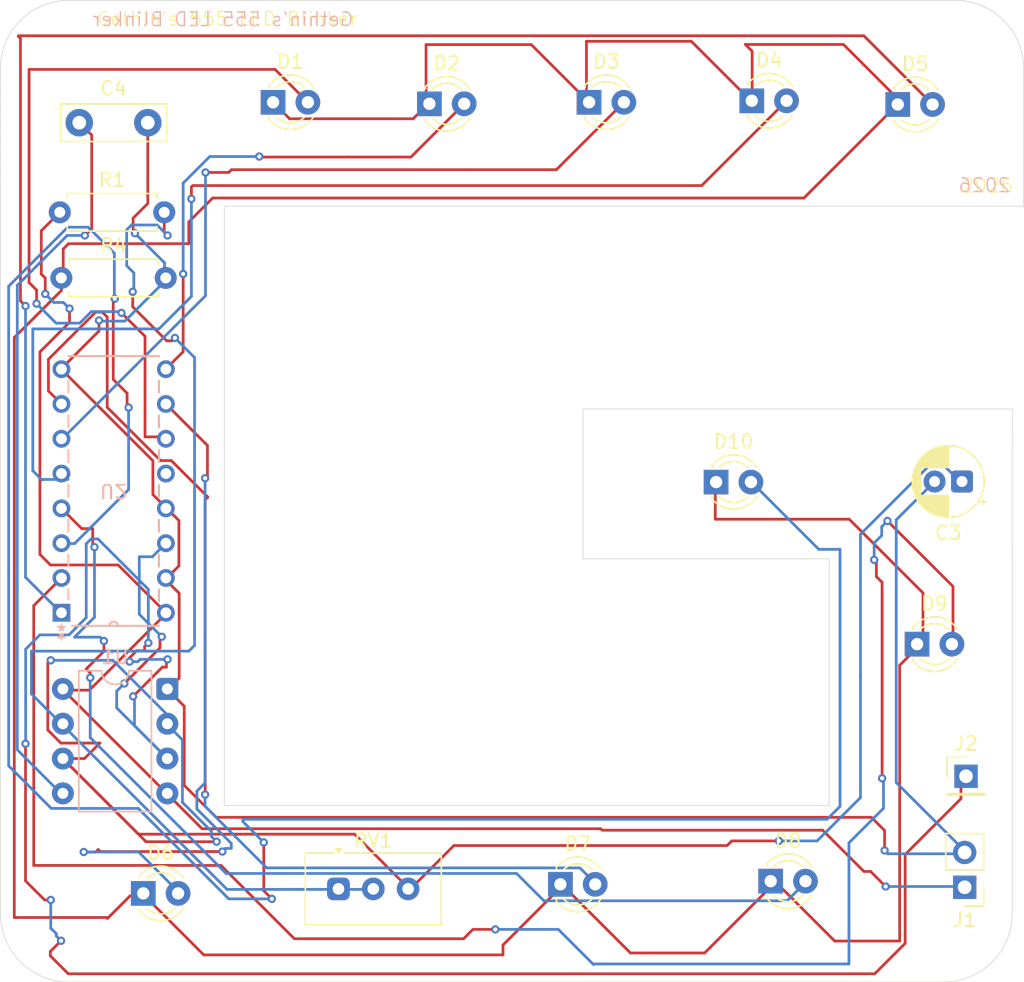
<source format=kicad_pcb>
(kicad_pcb (version 20241229) (generator "pcbnew") (generator_version "9.0")
  (layers (0 "F.Cu" signal) (2 "B.Cu" signal) (13 "F.Paste" user) (15 "B.Paste" user) (5 "F.SilkS" user "F.Silkscreen") (7 "B.SilkS" user "B.Silkscreen") (1 "F.Mask" user) (3 "B.Mask" user) (25 "Edge.Cuts" user))
  (net 0 "")
  (net 1 "GND")
  (net 2 "TR")
  (net 3 "Net-(U1-CV)")
  (net 4 "Net-(D1-A)")
  (net 5 "Net-(D1-K)")
  (net 6 "Net-(D2-A)")
  (net 7 "Net-(D3-A)")
  (net 8 "Net-(D4-A)")
  (net 9 "Net-(D5-A)")
  (net 10 "Net-(D6-A)")
  (net 11 "Net-(D7-A)")
  (net 12 "Net-(D8-A)")
  (net 13 "Net-(D9-A)")
  (net 14 "Net-(D10-A)")
  (net 15 "+5V")
  (net 16 "OUT")
  (net 17 "Net-(U1-DIS)")
  (footprint "LED_THT:LED_D3.0mm" (layer "F.Cu") (at 84.35 65.43)
    (property "Reference" "D2" (at 1.27 -2.96 0) (layer "F.SilkS"))
    (property "Value" "LED")
    (pad "1" thru_hole rect (at 0 0) (size 1.8 1.8) (drill 0.9) (layers "*.Cu" "*.Mask") (net 5 "Net-(D1-K)"))
    (pad "2" thru_hole circle (at 2.54 0) (size 1.8 1.8) (drill 0.9) (layers "*.Cu" "*.Mask") (net 6 "Net-(D2-A)"))
  )
  (footprint "Connector_PinHeader_2.54mm:PinHeader_1x01_P2.54mm_Vertical" (layer "F.Cu") (at 123.5 114.51)
    (property "Reference" "J2" (at 0 -2.38 0) (layer "F.SilkS"))
    (property "Value" "Conn_01x01_Socket")
    (pad "1" thru_hole rect (at 0 0) (size 1.7 1.7) (drill 1) (layers "*.Cu" "*.Mask") (net 16 "OUT"))
  )
  (footprint "LED_THT:LED_D3.0mm" (layer "F.Cu") (at 118.52 65.48)
    (property "Reference" "D5" (at 1.27 -2.96 0) (layer "F.SilkS"))
    (property "Value" "LED")
    (pad "1" thru_hole rect (at 0 0) (size 1.8 1.8) (drill 0.9) (layers "*.Cu" "*.Mask") (net 5 "Net-(D1-K)"))
    (pad "2" thru_hole circle (at 2.54 0) (size 1.8 1.8) (drill 0.9) (layers "*.Cu" "*.Mask") (net 9 "Net-(D5-A)"))
  )
  (footprint "LED_THT:LED_D3.0mm" (layer "F.Cu") (at 107.87 65.21)
    (property "Reference" "D4" (at 1.27 -2.96 0) (layer "F.SilkS"))
    (property "Value" "LED")
    (pad "1" thru_hole rect (at 0 0) (size 1.8 1.8) (drill 0.9) (layers "*.Cu" "*.Mask") (net 5 "Net-(D1-K)"))
    (pad "2" thru_hole circle (at 2.54 0) (size 1.8 1.8) (drill 0.9) (layers "*.Cu" "*.Mask") (net 8 "Net-(D4-A)"))
  )
  (footprint "LED_THT:LED_D3.0mm" (layer "F.Cu") (at 119.93 104.87)
    (property "Reference" "D9" (at 1.27 -2.96 0) (layer "F.SilkS"))
    (property "Value" "LED")
    (pad "1" thru_hole rect (at 0 0) (size 1.8 1.8) (drill 0.9) (layers "*.Cu" "*.Mask") (net 5 "Net-(D1-K)"))
    (pad "2" thru_hole circle (at 2.54 0) (size 1.8 1.8) (drill 0.9) (layers "*.Cu" "*.Mask") (net 13 "Net-(D9-A)"))
  )
  (footprint "LED_THT:LED_D3.0mm" (layer "F.Cu") (at 96 65.32)
    (property "Reference" "D3" (at 1.27 -2.96 0) (layer "F.SilkS"))
    (property "Value" "LED")
    (pad "1" thru_hole rect (at 0 0) (size 1.8 1.8) (drill 0.9) (layers "*.Cu" "*.Mask") (net 5 "Net-(D1-K)"))
    (pad "2" thru_hole circle (at 2.54 0) (size 1.8 1.8) (drill 0.9) (layers "*.Cu" "*.Mask") (net 7 "Net-(D3-A)"))
  )
  (footprint "Capacitor_THT:CP_Radial_D5.0mm_P2.00mm" (layer "F.Cu") (at 123.205112 93 180)
    (property "Reference" "C3" (at 1 -3.75 0) (layer "F.SilkS"))
    (property "Value" "1 uF")
    (pad "1" thru_hole roundrect (at 0 0 180) (size 1.6 1.6) (drill 0.8) (layers "*.Cu" "*.Mask") (roundrect_rratio 0.15625) (net 2 "TR"))
    (pad "2" thru_hole circle (at 2 0 180) (size 1.6 1.6) (drill 0.8) (layers "*.Cu" "*.Mask") (net 1 "GND"))
  )
  (footprint "LED_THT:LED_D3.0mm" (layer "F.Cu") (at 93.91 122.4)
    (property "Reference" "D7" (at 1.27 -2.96 0) (layer "F.SilkS"))
    (property "Value" "LED")
    (pad "1" thru_hole rect (at 0 0) (size 1.8 1.8) (drill 0.9) (layers "*.Cu" "*.Mask") (net 5 "Net-(D1-K)"))
    (pad "2" thru_hole circle (at 2.54 0) (size 1.8 1.8) (drill 0.9) (layers "*.Cu" "*.Mask") (net 11 "Net-(D7-A)"))
  )
  (footprint "Capacitor_THT:C_Disc_D7.5mm_W2.5mm_P5.00mm" (layer "F.Cu") (at 58.81 66.81)
    (property "Reference" "C4" (at 2.5 -2.5 0) (layer "F.SilkS"))
    (property "Value" "0.01 uF")
    (pad "1" thru_hole circle (at 0 0) (size 2 2) (drill 1) (layers "*.Cu" "*.Mask") (net 3 "Net-(U1-CV)"))
    (pad "2" thru_hole circle (at 5 0) (size 2 2) (drill 1) (layers "*.Cu" "*.Mask") (net 1 "GND"))
  )
  (footprint "Resistor_THT:R_Axial_DIN0207_L6.3mm_D2.5mm_P7.62mm_Horizontal" (layer "F.Cu") (at 57.39 73.35)
    (property "Reference" "R1" (at 3.81 -2.37 0) (layer "F.SilkS"))
    (property "Value" "1k")
    (pad "1" thru_hole circle (at 0 0) (size 1.6 1.6) (drill 0.8) (layers "*.Cu" "*.Mask") (net 15 "+5V"))
    (pad "2" thru_hole circle (at 7.62 0) (size 1.6 1.6) (drill 0.8) (layers "*.Cu" "*.Mask") (net 17 "Net-(U1-DIS)"))
  )
  (footprint "LED_THT:LED_D3.0mm" (layer "F.Cu") (at 72.95 65.32)
    (property "Reference" "D1" (at 1.27 -2.96 0) (layer "F.SilkS"))
    (property "Value" "LED")
    (pad "1" thru_hole rect (at 0 0) (size 1.8 1.8) (drill 0.9) (layers "*.Cu" "*.Mask") (net 5 "Net-(D1-K)"))
    (pad "2" thru_hole circle (at 2.54 0) (size 1.8 1.8) (drill 0.9) (layers "*.Cu" "*.Mask") (net 4 "Net-(D1-A)"))
  )
  (footprint "LED_THT:LED_D3.0mm" (layer "F.Cu") (at 63.48 123.06)
    (property "Reference" "D6" (at 1.27 -2.96 0) (layer "F.SilkS"))
    (property "Value" "LED")
    (pad "1" thru_hole rect (at 0 0) (size 1.8 1.8) (drill 0.9) (layers "*.Cu" "*.Mask") (net 5 "Net-(D1-K)"))
    (pad "2" thru_hole circle (at 2.54 0) (size 1.8 1.8) (drill 0.9) (layers "*.Cu" "*.Mask") (net 10 "Net-(D6-A)"))
  )
  (footprint "LED_THT:LED_D3.0mm" (layer "F.Cu") (at 105.27 93.04)
    (property "Reference" "D10" (at 1.27 -2.96 0) (layer "F.SilkS"))
    (property "Value" "LED")
    (pad "1" thru_hole rect (at 0 0) (size 1.8 1.8) (drill 0.9) (layers "*.Cu" "*.Mask") (net 5 "Net-(D1-K)"))
    (pad "2" thru_hole circle (at 2.54 0) (size 1.8 1.8) (drill 0.9) (layers "*.Cu" "*.Mask") (net 14 "Net-(D10-A)"))
  )
  (footprint "Connector_PinHeader_2.54mm:PinHeader_1x02_P2.54mm_Vertical" (layer "F.Cu") (at 123.4 122.615 180)
    (property "Reference" "J1" (at 0 -2.38 0) (layer "F.SilkS"))
    (property "Value" "Conn_01x02_Socket")
    (pad "1" thru_hole rect (at 0 0 180) (size 1.7 1.7) (drill 1) (layers "*.Cu" "*.Mask") (net 15 "+5V"))
    (pad "2" thru_hole circle (at 0 2.54 180) (size 1.7 1.7) (drill 1) (layers "*.Cu" "*.Mask") (net 1 "GND"))
  )
  (footprint "LED_THT:LED_D3.0mm" (layer "F.Cu") (at 109.25 122.17)
    (property "Reference" "D8" (at 1.27 -2.96 0) (layer "F.SilkS"))
    (property "Value" "LED")
    (pad "1" thru_hole rect (at 0 0) (size 1.8 1.8) (drill 0.9) (layers "*.Cu" "*.Mask") (net 5 "Net-(D1-K)"))
    (pad "2" thru_hole circle (at 2.54 0) (size 1.8 1.8) (drill 0.9) (layers "*.Cu" "*.Mask") (net 12 "Net-(D8-A)"))
  )
  (footprint "Resistor_THT:R_Axial_DIN0207_L6.3mm_D2.5mm_P7.62mm_Horizontal" (layer "F.Cu") (at 57.5 78.14)
    (property "Reference" "R4" (at 3.81 -2.37 0) (layer "F.SilkS"))
    (property "Value" "470")
    (pad "1" thru_hole circle (at 0 0) (size 1.6 1.6) (drill 0.8) (layers "*.Cu" "*.Mask") (net 5 "Net-(D1-K)"))
    (pad "2" thru_hole circle (at 7.62 0) (size 1.6 1.6) (drill 0.8) (layers "*.Cu" "*.Mask") (net 1 "GND"))
  )
  (footprint "Potentiometer_THT:Potentiometer_Vishay_T93YA_Vertical" (layer "F.Cu") (at 77.72 122.7325)
    (property "Reference" "RV1" (at 2.54 -3.5 0) (layer "F.SilkS"))
    (property "Value" "50k")
    (pad "1" thru_hole roundrect (at 0 0) (size 1.65 1.65) (drill 0.85) (layers "*.Cu" "*.Mask") (net 17 "Net-(U1-DIS)"))
    (pad "2" thru_hole circle (at 2.54 0) (size 1.65 1.65) (drill 0.85) (layers "*.Cu" "*.Mask") (net 17 "Net-(U1-DIS)"))
    (pad "3" thru_hole circle (at 5.08 0) (size 1.65 1.65) (drill 0.85) (layers "*.Cu" "*.Mask") (net 2 "TR"))
  )
  (footprint "Package_DIP:DIP-8_W7.62mm" (layer "B.Cu") (at 65.235 108.14 180)
    (property "Reference" "U1" (at 3.81 2.33 0) (layer "B.SilkS") (effects (justify mirror)))
    (property "Value" "NE555P")
    (pad "1" thru_hole roundrect (at 0 0 180) (size 1.6 1.6) (drill 0.8) (layers "*.Cu" "*.Mask") (roundrect_rratio 0.15625) (net 1 "GND"))
    (pad "2" thru_hole circle (at 0 -2.54 180) (size 1.6 1.6) (drill 0.8) (layers "*.Cu" "*.Mask") (net 2 "TR"))
    (pad "3" thru_hole circle (at 0 -5.08 180) (size 1.6 1.6) (drill 0.8) (layers "*.Cu" "*.Mask") (net 16 "OUT"))
    (pad "4" thru_hole circle (at 0 -7.62 180) (size 1.6 1.6) (drill 0.8) (layers "*.Cu" "*.Mask") (net 15 "+5V"))
    (pad "5" thru_hole circle (at 7.62 -7.62 180) (size 1.6 1.6) (drill 0.8) (layers "*.Cu" "*.Mask") (net 3 "Net-(U1-CV)"))
    (pad "6" thru_hole circle (at 7.62 -5.08 180) (size 1.6 1.6) (drill 0.8) (layers "*.Cu" "*.Mask") (net 2 "TR"))
    (pad "7" thru_hole circle (at 7.62 -2.54 180) (size 1.6 1.6) (drill 0.8) (layers "*.Cu" "*.Mask") (net 17 "Net-(U1-DIS)"))
    (pad "8" thru_hole circle (at 7.62 0 180) (size 1.6 1.6) (drill 0.8) (layers "*.Cu" "*.Mask") (net 15 "+5V"))
  )
  (footprint "gethin:N16" (layer "B.Cu") (at 65.13 84.8)
    (property "Reference" "U2" (at -3.81 8.89 180) (layer "B.SilkS") (effects (justify mirror)))
    (property "Value" "4017")
    (fp_text user "*" (at -7.62 19.1897 180) (layer "B.SilkS") (effects (justify mirror)))
    (fp_text user "*" (at -7.62 19.1897 0) (layer "B.SilkS") (effects (justify mirror)))
    (pad "1" thru_hole rect (at -7.62 17.78) (size 1.2954 1.2954) (drill 0.7874) (layers "*.Cu" "*.Mask") (net 9 "Net-(D5-A)"))
    (pad "2" thru_hole circle (at -7.62 15.24) (size 1.2954 1.2954) (drill 0.7874) (layers "*.Cu" "*.Mask") (net 13 "Net-(D9-A)"))
    (pad "3" thru_hole circle (at -7.62 12.7) (size 1.2954 1.2954) (drill 0.7874) (layers "*.Cu" "*.Mask") (net 14 "Net-(D10-A)"))
    (pad "4" thru_hole circle (at -7.62 10.16) (size 1.2954 1.2954) (drill 0.7874) (layers "*.Cu" "*.Mask") (net 12 "Net-(D8-A)"))
    (pad "5" thru_hole circle (at -7.62 7.62) (size 1.2954 1.2954) (drill 0.7874) (layers "*.Cu" "*.Mask") (net 8 "Net-(D4-A)"))
    (pad "6" thru_hole circle (at -7.62 5.08) (size 1.2954 1.2954) (drill 0.7874) (layers "*.Cu" "*.Mask") (net 7 "Net-(D3-A)"))
    (pad "7" thru_hole circle (at -7.62 2.54) (size 1.2954 1.2954) (drill 0.7874) (layers "*.Cu" "*.Mask") (net 11 "Net-(D7-A)"))
    (pad "8" thru_hole circle (at -7.62 0) (size 1.2954 1.2954) (drill 0.7874) (layers "*.Cu" "*.Mask") (net 1 "GND"))
    (pad "9" thru_hole circle (at 0 0) (size 1.2954 1.2954) (drill 0.7874) (layers "*.Cu" "*.Mask") (net 6 "Net-(D2-A)"))
    (pad "10" thru_hole circle (at 0 2.54) (size 1.2954 1.2954) (drill 0.7874) (layers "*.Cu" "*.Mask") (net 10 "Net-(D6-A)"))
    (pad "11" thru_hole circle (at 0 5.08) (size 1.2954 1.2954) (drill 0.7874) (layers "*.Cu" "*.Mask") (net 4 "Net-(D1-A)"))
    (pad "12" thru_hole circle (at 0 7.62) (size 1.2954 1.2954) (drill 0.7874) (layers "*.Cu" "*.Mask"))
    (pad "13" thru_hole circle (at 0 10.16) (size 1.2954 1.2954) (drill 0.7874) (layers "*.Cu" "*.Mask") (net 1 "GND"))
    (pad "14" thru_hole circle (at 0 12.7) (size 1.2954 1.2954) (drill 0.7874) (layers "*.Cu" "*.Mask") (net 16 "OUT"))
    (pad "15" thru_hole circle (at 0 15.24) (size 1.2954 1.2954) (drill 0.7874) (layers "*.Cu" "*.Mask") (net 1 "GND"))
    (pad "16" thru_hole circle (at 0 17.78) (size 1.2954 1.2954) (drill 0.7874) (layers "*.Cu" "*.Mask") (net 15 "+5V"))
  )
  (gr_line (start 69.39 72.91) (end 69.39 116.65) (stroke (width 0.05)) (layer "Edge.Cuts"))
  (gr_line (start 95.565 87.71) (end 126.875 87.71) (stroke (width 0.05)) (layer "Edge.Cuts"))
  (gr_line (start 113.52 98.64) (end 95.56 98.64) (stroke (width 0.05)) (layer "Edge.Cuts"))
  (gr_line (start 68.79 129.53) (end 58.06 129.53) (stroke (width 0.05)) (layer "Edge.Cuts"))
  (gr_line (start 53.06 72.91) (end 53.053329 62.883327) (stroke (width 0.05)) (layer "Edge.Cuts"))
  (gr_line (start 126.87 98.64) (end 126.87 116.65) (stroke (width 0.05)) (layer "Edge.Cuts"))
  (gr_line (start 121.87 129.53) (end 68.79 129.53) (stroke (width 0.05)) (layer "Edge.Cuts"))
  (gr_line (start 127.71 72.91) (end 69.39 72.91) (stroke (width 0.05)) (layer "Edge.Cuts"))
  (gr_arc (start 53.053329 62.883327) (mid 54.51662 59.345652) (end 58.053328 57.88) (stroke (width 0.05)) (layer "Edge.Cuts"))
  (gr_line (start 53.06 124.53) (end 53.06 72.91) (stroke (width 0.05)) (layer "Edge.Cuts"))
  (gr_line (start 113.52 116.65) (end 113.52 98.64) (stroke (width 0.05)) (layer "Edge.Cuts"))
  (gr_line (start 95.56 98.64) (end 95.56 87.71) (stroke (width 0.05)) (layer "Edge.Cuts"))
  (gr_line (start 126.87 116.65) (end 126.87 124.53) (stroke (width 0.05)) (layer "Edge.Cuts"))
  (gr_line (start 58.053328 57.88) (end 122.71 57.88) (stroke (width 0.05)) (layer "Edge.Cuts"))
  (gr_line (start 126.88 87.71) (end 126.87 98.64) (stroke (width 0.05)) (layer "Edge.Cuts"))
  (gr_arc (start 126.87 124.53) (mid 125.405534 128.065534) (end 121.87 129.53) (stroke (width 0.05)) (layer "Edge.Cuts"))
  (gr_arc (start 58.06 129.53) (mid 54.524466 128.065534) (end 53.06 124.53) (stroke (width 0.05)) (layer "Edge.Cuts"))
  (gr_arc (start 122.71 57.88) (mid 126.245534 59.344466) (end 127.71 62.88) (stroke (width 0.05)) (layer "Edge.Cuts"))
  (gr_line (start 69.39 116.65) (end 113.52 116.65) (stroke (width 0.05)) (layer "Edge.Cuts"))
  (gr_line (start 127.71 62.88) (end 127.71 72.91) (stroke (width 0.05)) (layer "Edge.Cuts"))
  (gr_text "Gethin's 555 LED Blinker\n" (at 60.01 59.82 0) (layer "F.SilkS") (effects (font (size 1 1) (thickness 0.1)) (justify left bottom)))
  (gr_text "2026\n" (at 123.08 71.99 0) (layer "F.SilkS") (effects (font (size 1 1) (thickness 0.1)) (justify left bottom)))
  (gr_text "Gethin's 555 LED Blinker\n" (at 78.88 59.85 0) (layer "B.SilkS") (effects (font (size 1 1) (thickness 0.1)) (justify left bottom mirror)))
  (gr_text "2026" (at 126.82 71.96 0) (layer "B.SilkS") (effects (font (size 1 1) (thickness 0.1)) (justify left bottom mirror)))
  (segment (start 63.81 72.71) (end 62.74 73.78) (width 0.2) (layer "F.Cu") (net 1))
  (segment (start 116.6 117.51) (end 117.56 118.47) (width 0.2) (layer "F.Cu") (net 1))
  (segment (start 66.0787 95.8487) (end 66.0787 99.1613) (width 0.2) (layer "F.Cu") (net 1))
  (segment (start 117.56 118.47) (end 117.56 119.93) (width 0.2) (layer "F.Cu") (net 1))
  (segment (start 57.48 84.78) (end 64.1813 91.4813) (width 0.2) (layer "F.Cu") (net 1))
  (segment (start 60.25 82.01) (end 57.48 84.78) (width 0.2) (layer "F.Cu") (net 1))
  (segment (start 64.1813 93.9513) (end 65.24 95.01) (width 0.2) (layer "F.Cu") (net 1))
  (segment (start 68.800058 117.51) (end 116.6 117.51) (width 0.2) (layer "F.Cu") (net 1))
  (segment (start 64.1813 91.4813) (end 64.1813 93.9513) (width 0.2) (layer "F.Cu") (net 1))
  (segment (start 66.47 115.179942) (end 68.800058 117.51) (width 0.2) (layer "F.Cu") (net 1))
  (segment (start 66.47 109.4) (end 66.47 115.179942) (width 0.2) (layer "F.Cu") (net 1))
  (segment (start 62.74 74.75) (end 62.87 74.88) (width 0.2) (layer "F.Cu") (net 1))
  (segment (start 65.24 95.01) (end 66.0787 95.8487) (width 0.2) (layer "F.Cu") (net 1))
  (segment (start 66.0787 99.1613) (end 65.09 100.15) (width 0.2) (layer "F.Cu") (net 1))
  (segment (start 66.1 101.16) (end 66.1 107.35) (width 0.2) (layer "F.Cu") (net 1))
  (segment (start 62.74 73.78) (end 62.74 74.75) (width 0.2) (layer "F.Cu") (net 1))
  (segment (start 65.09 100.15) (end 66.1 101.16) (width 0.2) (layer "F.Cu") (net 1))
  (segment (start 65.26 108.19) (end 66.47 109.4) (width 0.2) (layer "F.Cu") (net 1))
  (segment (start 63.81 66.81) (end 63.81 72.71) (width 0.2) (layer "F.Cu") (net 1))
  (segment (start 66.1 107.35) (end 65.26 108.19) (width 0.2) (layer "F.Cu") (net 1))
  (segment (start 60.25 81.24) (end 60.25 82.01) (width 0.2) (layer "F.Cu") (net 1))
  (via (at 60.25 81.24) (size 0.6) (drill 0.3) (layers "F.Cu" "B.Cu") (net 1))
  (via (at 117.56 119.93) (size 0.6) (drill 0.3) (layers "F.Cu" "B.Cu") (net 1))
  (via (at 62.87 74.88) (size 0.6) (drill 0.3) (layers "F.Cu" "B.Cu") (net 1))
  (segment (start 65.03 78.399943) (end 62.138943 81.291) (width 0.2) (layer "B.Cu") (net 1))
  (segment (start 65.03 78.27) (end 65.03 78.399943) (width 0.2) (layer "B.Cu") (net 1))
  (segment (start 117.8 120.17) (end 123.61 120.17) (width 0.2) (layer "B.Cu") (net 1))
  (segment (start 65.03 77.04) (end 65.03 78.27) (width 0.2) (layer "B.Cu") (net 1))
  (segment (start 62.87 74.88) (end 65.03 77.04) (width 0.2) (layer "B.Cu") (net 1))
  (segment (start 123.61 120.17) (end 118.41 114.97) (width 0.2) (layer "B.Cu") (net 1))
  (segment (start 118.41 95.8) (end 121.28 92.93) (width 0.2) (layer "B.Cu") (net 1))
  (segment (start 60.301 81.291) (end 60.25 81.24) (width 0.2) (layer "B.Cu") (net 1))
  (segment (start 118.41 114.97) (end 118.41 95.8) (width 0.2) (layer "B.Cu") (net 1))
  (segment (start 62.138943 81.291) (end 61.91 81.291) (width 0.2) (layer "B.Cu") (net 1))
  (segment (start 61.91 81.291) (end 60.301 81.291) (width 0.2) (layer "B.Cu") (net 1))
  (segment (start 117.56 119.93) (end 117.8 120.17) (width 0.2) (layer "B.Cu") (net 1))
  (segment (start 57.615 113.22) (end 59.19 113.22) (width 0.2) (layer "F.Cu") (net 2))
  (segment (start 56.514 111.13605) (end 56.514 106.266) (width 0.2) (layer "F.Cu") (net 2))
  (segment (start 106.41 119.23) (end 109.85 119.23) (width 0.2) (layer "F.Cu") (net 2))
  (segment (start 57.46795 112.09) (end 56.514 111.13605) (width 0.2) (layer "F.Cu") (net 2))
  (segment (start 56.514 106.266) (end 56.73 106.05) (width 0.2) (layer "F.Cu") (net 2))
  (segment (start 59.19 113.22) (end 60.32 112.09) (width 0.2) (layer "F.Cu") (net 2))
  (segment (start 63.131 118.741) (end 78.891 118.741) (width 0.2) (layer "F.Cu") (net 2))
  (segment (start 106.07 119.57) (end 106.41 119.23) (width 0.2) (layer "F.Cu") (net 2))
  (segment (start 60.32 112.09) (end 57.46795 112.09) (width 0.2) (layer "F.Cu") (net 2))
  (segment (start 78.891 118.741) (end 82.93 122.78) (width 0.2) (layer "F.Cu") (net 2))
  (segment (start 86.14 119.57) (end 106.07 119.57) (width 0.2) (layer "F.Cu") (net 2))
  (segment (start 68.83 119.29) (end 63.68 119.29) (width 0.2) (layer "F.Cu") (net 2))
  (segment (start 57.64 113.25) (end 63.131 118.741) (width 0.2) (layer "F.Cu") (net 2))
  (segment (start 82.93 122.78) (end 86.14 119.57) (width 0.2) (layer "F.Cu") (net 2))
  (segment (start 63.68 119.29) (end 57.64 113.25) (width 0.2) (layer "F.Cu") (net 2))
  (via (at 68.83 119.29) (size 0.6) (drill 0.3) (layers "F.Cu" "B.Cu") (net 2))
  (via (at 56.73 106.05) (size 0.6) (drill 0.3) (layers "F.Cu" "B.Cu") (net 2))
  (via (at 109.85 119.23) (size 0.6) (drill 0.3) (layers "F.Cu" "B.Cu") (net 2))
  (segment (start 115.8 116.069942) (end 115.8 107.18) (width 0.2) (layer "B.Cu") (net 2))
  (segment (start 121.959 91.899) (end 123.35 93.29) (width 0.2) (layer "B.Cu") (net 2))
  (segment (start 109.85 119.23) (end 112.639942 119.23) (width 0.2) (layer "B.Cu") (net 2))
  (segment (start 115.8 107.18) (end 115.8 96.848062) (width 0.2) (layer "B.Cu") (net 2))
  (segment (start 112.639942 119.23) (end 115.8 116.069942) (width 0.2) (layer "B.Cu") (net 2))
  (segment (start 66.336 111.856) (end 66.336 116.416) (width 0.2) (layer "B.Cu") (net 2))
  (segment (start 65.28 110.8) (end 66.336 111.856) (width 0.2) (layer "B.Cu") (net 2))
  (segment (start 68.45 118.91) (end 68.83 119.29) (width 0.2) (layer "B.Cu") (net 2))
  (segment (start 115.8 96.848062) (end 120.749062 91.899) (width 0.2) (layer "B.Cu") (net 2))
  (segment (start 120.749062 91.899) (end 121.959 91.899) (width 0.2) (layer "B.Cu") (net 2))
  (segment (start 66.336 116.416) (end 68.45 118.53) (width 0.2) (layer "B.Cu") (net 2))
  (segment (start 68.45 118.53) (end 68.45 118.91) (width 0.2) (layer "B.Cu") (net 2))
  (segment (start 65.28 110.07116) (end 65.28 110.8) (width 0.2) (layer "B.Cu") (net 2))
  (segment (start 56.73 106.05) (end 61.25884 106.05) (width 0.2) (layer "B.Cu") (net 2))
  (segment (start 61.25884 106.05) (end 65.28 110.07116) (width 0.2) (layer "B.Cu") (net 2))
  (segment (start 58.81 66.81) (end 59.72 67.72) (width 0.2) (layer "F.Cu") (net 3))
  (segment (start 59.72 74.54) (end 59.22 75.04) (width 0.2) (layer "F.Cu") (net 3))
  (segment (start 59.72 67.72) (end 59.72 74.3) (width 0.2) (layer "F.Cu") (net 3))
  (segment (start 59.72 74.3) (end 59.72 74.54) (width 0.2) (layer "F.Cu") (net 3))
  (via (at 59.22 75.04) (size 0.6) (drill 0.3) (layers "F.Cu" "B.Cu") (net 3))
  (segment (start 54.289 112.579) (end 57.63 115.92) (width 0.2) (layer "B.Cu") (net 3))
  (segment (start 54.289 78.681) (end 54.289 112.579) (width 0.2) (layer "B.Cu") (net 3))
  (segment (start 59.22 75.04) (end 57.93 75.04) (width 0.2) (layer "B.Cu") (net 3))
  (segment (start 57.93 75.04) (end 54.289 78.681) (width 0.2) (layer "B.Cu") (net 3))
  (segment (start 75.49 65.32) (end 73.09 62.92) (width 0.2) (layer "F.Cu") (net 4))
  (segment (start 63.61 82.41) (end 63.61 89.74) (width 0.2) (layer "F.Cu") (net 4))
  (segment (start 61.89 80.69) (end 63.61 82.41) (width 0.2) (layer "F.Cu") (net 4))
  (segment (start 73.09 62.92) (end 55.15 62.92) (width 0.2) (layer "F.Cu") (net 4))
  (segment (start 55.15 78.48) (end 55.6 78.93) (width 0.2) (layer "F.Cu") (net 4))
  (segment (start 55.6 78.93) (end 55.695735 79.025735) (width 0.2) (layer "F.Cu") (net 4))
  (segment (start 63.61 89.74) (end 65.07 89.74) (width 0.2) (layer "F.Cu") (net 4))
  (segment (start 55.15 62.92) (end 55.15 78.48) (width 0.2) (layer "F.Cu") (net 4))
  (segment (start 55.695735 79.025735) (end 55.695735 80.015735) (width 0.2) (layer "F.Cu") (net 4))
  (segment (start 65.07 89.74) (end 65.27 89.94) (width 0.2) (layer "F.Cu") (net 4))
  (via (at 55.695735 80.015735) (size 0.6) (drill 0.3) (layers "F.Cu" "B.Cu") (net 4))
  (via (at 61.89 80.69) (size 0.6) (drill 0.3) (layers "F.Cu" "B.Cu") (net 4))
  (segment (start 55.695735 80.015735) (end 57.12 81.44) (width 0.2) (layer "B.Cu") (net 4))
  (segment (start 57.12 81.44) (end 58.85 81.44) (width 0.2) (layer "B.Cu") (net 4))
  (segment (start 61.8 80.6) (end 61.89 80.69) (width 0.2) (layer "B.Cu") (net 4))
  (segment (start 58.85 81.44) (end 59.69 80.6) (width 0.2) (layer "B.Cu") (net 4))
  (segment (start 59.69 80.6) (end 61.8 80.6) (width 0.2) (layer "B.Cu") (net 4))
  (segment (start 114.56 61.1) (end 118.5 65.04) (width 0.2) (layer "F.Cu") (net 5))
  (segment (start 94.08 122.47) (end 99.02 127.41) (width 0.2) (layer "F.Cu") (net 5))
  (segment (start 118.5 65.48) (end 111.671 72.309) (width 0.2) (layer "F.Cu") (net 5))
  (segment (start 84.11 61.11) (end 91.78 61.11) (width 0.2) (layer "F.Cu") (net 5))
  (segment (start 57.64 78.12) (end 57.51 78.25) (width 0.2) (layer "F.Cu") (net 5))
  (segment (start 118.66 106.41) (end 120.36 104.71) (width 0.2) (layer "F.Cu") (net 5))
  (segment (start 89.72 127.55) (end 89.72 126.83) (width 0.2) (layer "F.Cu") (net 5))
  (segment (start 84.11 65.18) (end 84.11 61.11) (width 0.2) (layer "F.Cu") (net 5))
  (segment (start 107.9 61.6) (end 107.4 61.1) (width 0.2) (layer "F.Cu") (net 5))
  (segment (start 62.52 123.24) (end 63.58 123.24) (width 0.2) (layer "F.Cu") (net 5))
  (segment (start 74.151 66.521) (end 83.169 66.521) (width 0.2) (layer "F.Cu") (net 5))
  (segment (start 107.4 61.1) (end 114.56 61.1) (width 0.2) (layer "F.Cu") (net 5))
  (segment (start 111.671 72.309) (end 68.541058 72.309) (width 0.2) (layer "F.Cu") (net 5))
  (segment (start 95.81 65.14) (end 95.81 60.87) (width 0.2) (layer "F.Cu") (net 5))
  (segment (start 105.45 93.28) (end 105.2 93.03) (width 0.2) (layer "F.Cu") (net 5))
  (segment (start 103.46 60.87) (end 107.9 65.31) (width 0.2) (layer "F.Cu") (net 5))
  (segment (start 60.8 124.82) (end 60.87 124.89) (width 0.2) (layer "F.Cu") (net 5))
  (segment (start 57.51 79.05) (end 54.14 82.42) (width 0.2) (layer "F.Cu") (net 5))
  (segment (start 105.21 93.52) (end 105.45 93.28) (width 0.2) (layer "F.Cu") (net 5))
  (segment (start 105.21 95.75) (end 105.21 93.52) (width 0.2) (layer "F.Cu") (net 5))
  (segment (start 100.17 127.41) (end 104.43 127.41) (width 0.2) (layer "F.Cu") (net 5))
  (segment (start 58.03 75.64) (end 57.64 76.03) (width 0.2) (layer "F.Cu") (net 5))
  (segment (start 54.07 124.82) (end 60.8 124.82) (width 0.2) (layer "F.Cu") (net 5))
  (segment (start 113.92 126.54) (end 118.66 126.54) (width 0.2) (layer "F.Cu") (net 5))
  (segment (start 84.31 65.38) (end 84.11 65.18) (width 0.2) (layer "F.Cu") (net 5))
  (segment (start 66.8 74.050058) (end 66.8 75.64) (width 0.2) (layer "F.Cu") (net 5))
  (segment (start 68.541058 72.309) (end 66.8 74.050058) (width 0.2) (layer "F.Cu") (net 5))
  (segment (start 91.78 61.11) (end 96.1 65.43) (width 0.2) (layer "F.Cu") (net 5))
  (segment (start 57.51 78.25) (end 57.51 79.05) (width 0.2) (layer "F.Cu") (net 5))
  (segment (start 109.61 122.23) (end 113.92 126.54) (width 0.2) (layer "F.Cu") (net 5))
  (segment (start 96.1 65.43) (end 95.81 65.14) (width 0.2) (layer "F.Cu") (net 5))
  (segment (start 107.9 65.31) (end 107.9 61.6) (width 0.2) (layer "F.Cu") (net 5))
  (segment (start 60.87 124.89) (end 62.52 123.24) (width 0.2) (layer "F.Cu") (net 5))
  (segment (start 99.02 127.41) (end 100.17 127.41) (width 0.2) (layer "F.Cu") (net 5))
  (segment (start 104.43 127.41) (end 109.61 122.23) (width 0.2) (layer "F.Cu") (net 5))
  (segment (start 89.72 126.83) (end 94.08 122.47) (width 0.2) (layer "F.Cu") (net 5))
  (segment (start 120.36 104.71) (end 120.36 101.13) (width 0.2) (layer "F.Cu") (net 5))
  (segment (start 95.81 60.87) (end 103.46 60.87) (width 0.2) (layer "F.Cu") (net 5))
  (segment (start 66.8 75.64) (end 58.03 75.64) (width 0.2) (layer "F.Cu") (net 5))
  (segment (start 54.14 82.42) (end 54.07 82.49) (width 0.2) (layer "F.Cu") (net 5))
  (segment (start 63.58 123.24) (end 67.89 127.55) (width 0.2) (layer "F.Cu") (net 5))
  (segment (start 83.169 66.521) (end 84.31 65.38) (width 0.2) (layer "F.Cu") (net 5))
  (segment (start 72.95 65.32) (end 74.151 66.521) (width 0.2) (layer "F.Cu") (net 5))
  (segment (start 54.07 82.49) (end 54.07 124.82) (width 0.2) (layer "F.Cu") (net 5))
  (segment (start 57.64 76.03) (end 57.64 78.12) (width 0.2) (layer "F.Cu") (net 5))
  (segment (start 118.66 126.54) (end 118.66 106.41) (width 0.2) (layer "F.Cu") (net 5))
  (segment (start 118.5 65.04) (end 118.5 65.48) (width 0.2) (layer "F.Cu") (net 5))
  (segment (start 67.89 127.55) (end 89.72 127.55) (width 0.2) (layer "F.Cu") (net 5))
  (segment (start 120.36 101.13) (end 114.98 95.75) (width 0.2) (layer "F.Cu") (net 5))
  (segment (start 114.98 95.75) (end 105.21 95.75) (width 0.2) (layer "F.Cu") (net 5))
  (segment (start 78.43 69.32) (end 71.98 69.32) (width 0.2) (layer "F.Cu") (net 6))
  (segment (start 66.39 77.85) (end 66.39 83.52) (width 0.2) (layer "F.Cu") (net 6))
  (segment (start 83 69.32) (end 78.43 69.32) (width 0.2) (layer "F.Cu") (net 6))
  (segment (start 86.89 65.43) (end 83 69.32) (width 0.2) (layer "F.Cu") (net 6))
  (segment (start 66.39 83.52) (end 65.11 84.8) (width 0.2) (layer "F.Cu") (net 6))
  (segment (start 71.98 69.32) (end 71.94 69.28) (width 0.2) (layer "F.Cu") (net 6))
  (via (at 71.94 69.28) (size 0.6) (drill 0.3) (layers "F.Cu" "B.Cu") (net 6))
  (via (at 66.39 77.85) (size 0.6) (drill 0.3) (layers "F.Cu" "B.Cu") (net 6))
  (segment (start 66.39 71.220057) (end 66.39 77.85) (width 0.2) (layer "B.Cu") (net 6))
  (segment (start 68.330057 69.28) (end 66.39 71.220057) (width 0.2) (layer "B.Cu") (net 6))
  (segment (start 71.94 69.28) (end 68.330057 69.28) (width 0.2) (layer "B.Cu") (net 6))
  (segment (start 69.72 70.44) (end 68.02 70.44) (width 0.2) (layer "F.Cu") (net 7))
  (segment (start 69.92 70.24) (end 69.72 70.44) (width 0.2) (layer "F.Cu") (net 7))
  (segment (start 93.62 70.24) (end 87.24 70.24) (width 0.2) (layer "F.Cu") (net 7))
  (segment (start 98.54 65.32) (end 93.62 70.24) (width 0.2) (layer "F.Cu") (net 7))
  (segment (start 87.24 70.24) (end 69.92 70.24) (width 0.2) (layer "F.Cu") (net 7))
  (via (at 68.02 70.44) (size 0.6) (drill 0.3) (layers "F.Cu" "B.Cu") (net 7))
  (segment (start 68.02 70.44) (end 68.02 79.44) (width 0.2) (layer "B.Cu") (net 7))
  (segment (start 68.02 79.44) (end 57.42 90.04) (width 0.2) (layer "B.Cu") (net 7))
  (segment (start 66.99 71.5) (end 66.99 72.37) (width 0.2) (layer "F.Cu") (net 8))
  (segment (start 110.41 65.21) (end 104.22 71.4) (width 0.2) (layer "F.Cu") (net 8))
  (segment (start 104.22 71.4) (end 67.09 71.4) (width 0.2) (layer "F.Cu") (net 8))
  (segment (start 67.09 71.4) (end 66.99 71.5) (width 0.2) (layer "F.Cu") (net 8))
  (via (at 66.99 72.37) (size 0.6) (drill 0.3) (layers "F.Cu" "B.Cu") (net 8))
  (segment (start 64.62 81.86) (end 55.42 81.86) (width 0.2) (layer "B.Cu") (net 8))
  (segment (start 56.1 92.89) (end 56.14 92.85) (width 0.2) (layer "B.Cu") (net 8))
  (segment (start 55.42 92.21) (end 56.1 92.89) (width 0.2) (layer "B.Cu") (net 8))
  (segment (start 66.99 79.49) (end 65.88 80.6) (width 0.2) (layer "B.Cu") (net 8))
  (segment (start 55.42 81.86) (end 55.42 92.21) (width 0.2) (layer "B.Cu") (net 8))
  (segment (start 66.99 72.37) (end 66.99 79.49) (width 0.2) (layer "B.Cu") (net 8))
  (segment (start 56.14 92.85) (end 57.99 92.85) (width 0.2) (layer "B.Cu") (net 8))
  (segment (start 65.88 80.6) (end 64.62 81.86) (width 0.2) (layer "B.Cu") (net 8))
  (segment (start 54.38407 60.465073) (end 54.364777 60.498523) (width 0.2) (layer "F.Cu") (net 9))
  (segment (start 54.52 60.653746) (end 54.52 79.05) (width 0.2) (layer "F.Cu") (net 9))
  (segment (start 121.06 65.48) (end 116.045073 60.465073) (width 0.2) (layer "F.Cu") (net 9))
  (segment (start 116.045073 60.465073) (end 54.38407 60.465073) (width 0.2) (layer "F.Cu") (net 9))
  (segment (start 54.52 79.05) (end 54.52 79.82) (width 0.2) (layer "F.Cu") (net 9))
  (segment (start 54.52 79.82) (end 54.89 80.19) (width 0.2) (layer "F.Cu") (net 9))
  (segment (start 54.364777 60.498523) (end 54.52 60.653746) (width 0.2) (layer "F.Cu") (net 9))
  (via (at 54.89 80.19) (size 0.6) (drill 0.3) (layers "F.Cu" "B.Cu") (net 9))
  (segment (start 54.89 99.99) (end 57.63 102.73) (width 0.2) (layer "B.Cu") (net 9))
  (segment (start 54.89 80.19) (end 54.89 99.99) (width 0.2) (layer "B.Cu") (net 9))
  (segment (start 68.16 90.37) (end 68.16 91.76) (width 0.2) (layer "F.Cu") (net 10))
  (segment (start 60.34 120.01) (end 60.19 119.86) (width 0.2) (layer "F.Cu") (net 10))
  (segment (start 60.19 119.86) (end 60.01 120.04) (width 0.2) (layer "F.Cu") (net 10))
  (segment (start 69.25 120.01) (end 60.34 120.01) (width 0.2) (layer "F.Cu") (net 10))
  (segment (start 68.16 91.76) (end 68.16 92.59) (width 0.2) (layer "F.Cu") (net 10))
  (segment (start 68.16 92.59) (end 67.99 92.76) (width 0.2) (layer "F.Cu") (net 10))
  (segment (start 60.01 120.04) (end 59.14 120.04) (width 0.2) (layer "F.Cu") (net 10))
  (segment (start 65.13 87.34) (end 68.16 90.37) (width 0.2) (layer "F.Cu") (net 10))
  (via (at 67.99 92.76) (size 0.6) (drill 0.3) (layers "F.Cu" "B.Cu") (net 10))
  (via (at 69.25 120.01) (size 0.6) (drill 0.3) (layers "F.Cu" "B.Cu") (net 10))
  (via (at 59.14 120.04) (size 0.6) (drill 0.3) (layers "F.Cu" "B.Cu") (net 10))
  (segment (start 59.14 120.04) (end 63.14 120.04) (width 0.2) (layer "B.Cu") (net 10))
  (segment (start 69.9 119.4129) (end 69.9 119.78) (width 0.2) (layer "B.Cu") (net 10))
  (segment (start 63.14 120.04) (end 66.12 123.02) (width 0.2) (layer "B.Cu") (net 10))
  (segment (start 67.99 92.76) (end 67.99 115.000057) (width 0.2) (layer "B.Cu") (net 10))
  (segment (start 69.48 119.78) (end 69.25 120.01) (width 0.2) (layer "B.Cu") (net 10))
  (segment (start 67.389 115.601057) (end 67.389 116.9019) (width 0.2) (layer "B.Cu") (net 10))
  (segment (start 67.99 115.000057) (end 67.389 115.601057) (width 0.2) (layer "B.Cu") (net 10))
  (segment (start 67.389 116.9019) (end 69.9 119.4129) (width 0.2) (layer "B.Cu") (net 10))
  (segment (start 69.9 119.78) (end 69.48 119.78) (width 0.2) (layer "B.Cu") (net 10))
  (segment (start 57.51 87.34) (end 56.5613 86.3913) (width 0.2) (layer "F.Cu") (net 11))
  (segment (start 60.001057 80.639) (end 60.498943 80.639) (width 0.2) (layer "F.Cu") (net 11))
  (segment (start 60.498943 80.639) (end 60.851 80.991057) (width 0.2) (layer "F.Cu") (net 11))
  (segment (start 68.189 94.137335) (end 68 94.326335) (width 0.2) (layer "F.Cu") (net 11))
  (segment (start 68 114.16) (end 68 115.84) (width 0.2) (layer "F.Cu") (net 11))
  (segment (start 68 115.84) (end 67.99 115.85) (width 0.2) (layer "F.Cu") (net 11))
  (segment (start 56.5613 86.3913) (end 56.5613 84.078757) (width 0.2) (layer "F.Cu") (net 11))
  (segment (start 60.851 87.585265) (end 64.737035 91.4713) (width 0.2) (layer "F.Cu") (net 11))
  (segment (start 68 94.326335) (end 68 114.16) (width 0.2) (layer "F.Cu") (net 11))
  (segment (start 64.737035 91.4713) (end 65.522965 91.4713) (width 0.2) (layer "F.Cu") (net 11))
  (segment (start 65.522965 91.4713) (end 68.189 94.137335) (width 0.2) (layer "F.Cu") (net 11))
  (segment (start 56.5613 84.078757) (end 60.001057 80.639) (width 0.2) (layer "F.Cu") (net 11))
  (segment (start 60.851 80.991057) (end 60.851 87.585265) (width 0.2) (layer "F.Cu") (net 11))
  (via (at 67.99 115.85) (size 0.6) (drill 0.3) (layers "F.Cu" "B.Cu") (net 11))
  (segment (start 95.329 121.199) (end 96.81 122.68) (width 0.2) (layer "B.Cu") (net 11))
  (segment (start 72.479 121.199) (end 95.329 121.199) (width 0.2) (layer "B.Cu") (net 11))
  (segment (start 67.99 116.71) (end 72.479 121.199) (width 0.2) (layer "B.Cu") (net 11))
  (segment (start 67.99 115.85) (end 67.99 116.71) (width 0.2) (layer "B.Cu") (net 11))
  (segment (start 58.99 96.44) (end 59.79 96.44) (width 0.2) (layer "F.Cu") (net 12))
  (segment (start 60.61 104.64) (end 60.61 105.39) (width 0.2) (layer "F.Cu") (net 12))
  (segment (start 60.61 105.39) (end 59.32 106.68) (width 0.2) (layer "F.Cu") (net 12))
  (segment (start 59.79 96.44) (end 59.79 97.66) (width 0.2) (layer "F.Cu") (net 12))
  (segment (start 59.32 106.68) (end 59.610735 106.970735) (width 0.2) (layer "F.Cu") (net 12))
  (segment (start 59.610735 106.970735) (end 59.610735 107.320735) (width 0.2) (layer "F.Cu") (net 12))
  (segment (start 57.51 94.96) (end 58.99 96.44) (width 0.2) (layer "F.Cu") (net 12))
  (segment (start 59.79 97.66) (end 59.92 97.79) (width 0.2) (layer "F.Cu") (net 12))
  (via (at 59.610735 107.320735) (size 0.6) (drill 0.3) (layers "F.Cu" "B.Cu") (net 12))
  (via (at 60.61 104.64) (size 0.6) (drill 0.3) (layers "F.Cu" "B.Cu") (net 12))
  (via (at 59.92 97.79) (size 0.6) (drill 0.3) (layers "F.Cu" "B.Cu") (net 12))
  (segment (start 92.709 123.601) (end 110.449 123.601) (width 0.2) (layer "B.Cu") (net 12))
  (segment (start 60.33 104.36) (end 60.61 104.64) (width 0.2) (layer "B.Cu") (net 12))
  (segment (start 110.449 123.601) (end 111.91 122.14) (width 0.2) (layer "B.Cu") (net 12))
  (segment (start 90.7145 121.6065) (end 92.709 123.601) (width 0.2) (layer "B.Cu") (net 12))
  (segment (start 58.46 104.36) (end 60.33 104.36) (width 0.2) (layer "B.Cu") (net 12))
  (segment (start 59.610735 111.692785) (end 69.52445 121.6065) (width 0.2) (layer "B.Cu") (net 12))
  (segment (start 69.52445 121.6065) (end 90.7145 121.6065) (width 0.2) (layer "B.Cu") (net 12))
  (segment (start 59.610735 107.320735) (end 59.610735 111.692785) (width 0.2) (layer "B.Cu") (net 12))
  (segment (start 59.92 102.9) (end 58.46 104.36) (width 0.2) (layer "B.Cu") (net 12))
  (segment (start 59.92 97.79) (end 59.92 102.9) (width 0.2) (layer "B.Cu") (net 12))
  (segment (start 74.5 126.37) (end 86.85 126.37) (width 0.2) (layer "F.Cu") (net 13))
  (segment (start 57.51 100.04) (end 55.49 102.06) (width 0.2) (layer "F.Cu") (net 13))
  (segment (start 117.38 100.36) (end 116.96 99.94) (width 0.2) (layer "F.Cu") (net 13))
  (segment (start 86.85 126.37) (end 86.99 126.23) (width 0.2) (layer "F.Cu") (net 13))
  (segment (start 116.96 99.94) (end 116.96 98.88) (width 0.2) (layer "F.Cu") (net 13))
  (segment (start 69.15 121.02) (end 74.5 126.37) (width 0.2) (layer "F.Cu") (net 13))
  (segment (start 87.53 125.69) (end 89.16 125.69) (width 0.2) (layer "F.Cu") (net 13))
  (segment (start 116.96 98.88) (end 116.8 98.72) (width 0.2) (layer "F.Cu") (net 13))
  (segment (start 117.77 95.88) (end 122.55 100.66) (width 0.2) (layer "F.Cu") (net 13))
  (segment (start 122.55 100.66) (end 122.55 105.01) (width 0.2) (layer "F.Cu") (net 13))
  (segment (start 55.49 102.06) (end 55.49 121.02) (width 0.2) (layer "F.Cu") (net 13))
  (segment (start 117.38 114.66) (end 117.38 100.36) (width 0.2) (layer "F.Cu") (net 13))
  (segment (start 55.49 121.02) (end 69.15 121.02) (width 0.2) (layer "F.Cu") (net 13))
  (segment (start 86.99 126.23) (end 87.53 125.69) (width 0.2) (layer "F.Cu") (net 13))
  (via (at 117.38 114.66) (size 0.6) (drill 0.3) (layers "F.Cu" "B.Cu") (net 13))
  (via (at 89.16 125.69) (size 0.6) (drill 0.3) (layers "F.Cu" "B.Cu") (net 13))
  (via (at 116.8 98.72) (size 0.6) (drill 0.3) (layers "F.Cu" "B.Cu") (net 13))
  (via (at 117.77 95.88) (size 0.6) (drill 0.3) (layers "F.Cu" "B.Cu") (net 13))
  (segment (start 93.76 125.69) (end 96.33 128.26) (width 0.2) (layer "B.Cu") (net 13))
  (segment (start 117.35 96.3) (end 117.77 95.88) (width 0.2) (layer "B.Cu") (net 13))
  (segment (start 117.48 114.76) (end 117.38 114.66) (width 0.2) (layer "B.Cu") (net 13))
  (segment (start 96.33 128.26) (end 96.38 128.21) (width 0.2) (layer "B.Cu") (net 13))
  (segment (start 114.96 119.37) (end 117.48 116.85) (width 0.2) (layer "B.Cu") (net 13))
  (segment (start 96.38 128.21) (end 114.96 128.21) (width 0.2) (layer "B.Cu") (net 13))
  (segment (start 116.8 97.49) (end 117.35 96.94) (width 0.2) (layer "B.Cu") (net 13))
  (segment (start 117.48 116.85) (end 117.48 114.76) (width 0.2) (layer "B.Cu") (net 13))
  (segment (start 89.16 125.69) (end 93.76 125.69) (width 0.2) (layer "B.Cu") (net 13))
  (segment (start 117.35 96.94) (end 117.35 96.3) (width 0.2) (layer "B.Cu") (net 13))
  (segment (start 116.8 98.72) (end 116.8 97.49) (width 0.2) (layer "B.Cu") (net 13))
  (segment (start 114.96 128.21) (end 114.96 119.37) (width 0.2) (layer "B.Cu") (net 13))
  (segment (start 72.27 119.341) (end 72.27 122.87) (width 0.2) (layer "F.Cu") (net 14))
  (segment (start 62.3 86.56) (end 62.3 87.49) (width 0.2) (layer "F.Cu") (net 14))
  (segment (start 61.29 79.77) (end 61.29 85.55) (width 0.2) (layer "F.Cu") (net 14))
  (segment (start 61.29 85.55) (end 62.3 86.56) (width 0.2) (layer "F.Cu") (net 14))
  (segment (start 62.3 87.49) (end 62.41 87.6) (width 0.2) (layer "F.Cu") (net 14))
  (segment (start 61.4 79.66) (end 61.29 79.77) (width 0.2) (layer "F.Cu") (net 14))
  (segment (start 72.27 122.87) (end 72.86 123.46) (width 0.2) (layer "F.Cu") (net 14))
  (via (at 72.86 123.46) (size 0.6) (drill 0.3) (layers "F.Cu" "B.Cu") (net 14))
  (via (at 72.27 119.341) (size 0.6) (drill 0.3) (layers "F.Cu" "B.Cu") (net 14))
  (via (at 61.4 79.66) (size 0.6) (drill 0.3) (layers "F.Cu" "B.Cu") (net 14))
  (via (at 62.41 87.6) (size 0.6) (drill 0.3) (layers "F.Cu" "B.Cu") (net 14))
  (segment (start 70.74 117.811) (end 72.27 119.341) (width 0.2) (layer "B.Cu") (net 14))
  (segment (start 107.85 93.04) (end 107.92 93.11) (width 0.2) (layer "B.Cu") (net 14))
  (segment (start 58.47 97.53) (end 57.51 97.53) (width 0.2) (layer "B.Cu") (net 14))
  (segment (start 61.37 79.63) (end 61.4 79.66) (width 0.2) (layer "B.Cu") (net 14))
  (segment (start 114.009971 117.009971) (end 113.369942 117.65) (width 0.2) (layer "B.Cu") (net 14))
  (segment (start 107.92 93.11) (end 112.76 97.95) (width 0.2) (layer "B.Cu") (net 14))
  (segment (start 62.41 87.6) (end 62.41 93.59) (width 0.2) (layer "B.Cu") (net 14))
  (segment (start 114.31 97.95) (end 114.31 116.709942) (width 0.2) (layer "B.Cu") (net 14))
  (segment (start 57.9639 74.439) (end 59.468943 74.439) (width 0.2) (layer "B.Cu") (net 14))
  (segment (start 69.7129 123.46) (end 63.1139 116.861) (width 0.2) (layer "B.Cu") (net 14))
  (segment (start 59.468943 74.439) (end 61.37 76.340057) (width 0.2) (layer "B.Cu") (net 14))
  (segment (start 61.37 79) (end 61.37 79.63) (width 0.2) (layer "B.Cu") (net 14))
  (segment (start 53.661 78.7419) (end 57.9639 74.439) (width 0.2) (layer "B.Cu") (net 14))
  (segment (start 112.76 97.95) (end 114.31 97.95) (width 0.2) (layer "B.Cu") (net 14))
  (segment (start 61.37 76.340057) (end 61.37 79) (width 0.2) (layer "B.Cu") (net 14))
  (segment (start 72.86 123.46) (end 69.7129 123.46) (width 0.2) (layer "B.Cu") (net 14))
  (segment (start 53.661 113.751) (end 53.661 99.85) (width 0.2) (layer "B.Cu") (net 14))
  (segment (start 113.369942 117.65) (end 70.74 117.65) (width 0.2) (layer "B.Cu") (net 14))
  (segment (start 70.74 117.65) (end 70.74 117.811) (width 0.2) (layer "B.Cu") (net 14))
  (segment (start 107.81 93.04) (end 107.85 93.04) (width 0.2) (layer "B.Cu") (net 14))
  (segment (start 56.771 116.861) (end 53.661 113.751) (width 0.2) (layer "B.Cu") (net 14))
  (segment (start 114.31 116.709942) (end 114.009971 117.009971) (width 0.2) (layer "B.Cu") (net 14))
  (segment (start 62.41 93.59) (end 58.47 97.53) (width 0.2) (layer "B.Cu") (net 14))
  (segment (start 63.1139 116.861) (end 56.771 116.861) (width 0.2) (layer "B.Cu") (net 14))
  (segment (start 53.661 99.85) (end 53.661 78.7419) (width 0.2) (layer "B.Cu") (net 14))
  (segment (start 57.39 73.35) (end 56.04 74.7) (width 0.2) (layer "F.Cu") (net 15))
  (segment (start 58.1 80.38) (end 58.1 81.38) (width 0.2) (layer "F.Cu") (net 15))
  (segment (start 78.01 118.34) (end 96.84 118.34) (width 0.2) (layer "F.Cu") (net 15))
  (segment (start 58.1 81.38) (end 56.04 83.44) (width 0.2) (layer "F.Cu") (net 15))
  (segment (start 116.05 121.46) (end 116.54 121.46) (width 0.2) (layer "F.Cu") (net 15))
  (segment (start 59.55 108.23) (end 57.55 108.23) (width 0.2) (layer "F.Cu") (net 15))
  (segment (start 113.04 118.45) (end 116.05 121.46) (width 0.2) (layer "F.Cu") (net 15))
  (segment (start 96.84 118.34) (end 96.95 118.45) (width 0.2) (layer "F.Cu") (net 15))
  (segment (start 116.54 121.46) (end 117.64 122.56) (width 0.2) (layer "F.Cu") (net 15))
  (segment (start 56.04 74.7) (end 56.04 77.86) (width 0.2) (layer "F.Cu") (net 15))
  (segment (start 67.77 118.34) (end 78.01 118.34) (width 0.2) (layer "F.Cu") (net 15))
  (segment (start 61.6513 99.0913) (end 65.17 102.61) (width 0.2) (layer "F.Cu") (net 15))
  (segment (start 96.95 118.45) (end 113.04 118.45) (width 0.2) (layer "F.Cu") (net 15))
  (segment (start 65.27 115.84) (end 67.77 118.34) (width 0.2) (layer "F.Cu") (net 15))
  (segment (start 55.94 83.54) (end 55.94 98.32) (width 0.2) (layer "F.Cu") (net 15))
  (segment (start 65.17 102.61) (end 59.55 108.23) (width 0.2) (layer "F.Cu") (net 15))
  (segment (start 56.7113 99.0913) (end 61.6513 99.0913) (width 0.2) (layer "F.Cu") (net 15))
  (segment (start 55.94 98.32) (end 56.7113 99.0913) (width 0.2) (layer "F.Cu") (net 15))
  (segment (start 56.04 77.86) (end 56.33 78.15) (width 0.2) (layer "F.Cu") (net 15))
  (segment (start 57.66 108.23) (end 65.27 115.84) (width 0.2) (layer "F.Cu") (net 15))
  (segment (start 57.55 108.23) (end 57.66 108.23) (width 0.2) (layer "F.Cu") (net 15))
  (segment (start 56.33 78.15) (end 56.33 79.31) (width 0.2) (layer "F.Cu") (net 15))
  (segment (start 56.04 83.44) (end 55.94 83.54) (width 0.2) (layer "F.Cu") (net 15))
  (via (at 56.33 79.31) (size 0.6) (drill 0.3) (layers "F.Cu" "B.Cu") (net 15))
  (via (at 58.1 80.38) (size 0.6) (drill 0.3) (layers "F.Cu" "B.Cu") (net 15))
  (via (at 117.64 122.56) (size 0.6) (drill 0.3) (layers "F.Cu" "B.Cu") (net 15))
  (segment (start 57.65 79.93) (end 58.1 80.38) (width 0.2) (layer "B.Cu") (net 15))
  (segment (start 123.36 122.56) (end 123.43 122.63) (width 0.2) (layer "B.Cu") (net 15))
  (segment (start 57.36 79.93) (end 57.65 79.93) (width 0.2) (layer "B.Cu") (net 15))
  (segment (start 56.95 79.93) (end 57.36 79.93) (width 0.2) (layer "B.Cu") (net 15))
  (segment (start 117.64 122.56) (end 123.36 122.56) (width 0.2) (layer "B.Cu") (net 15))
  (segment (start 56.33 79.31) (end 56.95 79.93) (width 0.2) (layer "B.Cu") (net 15))
  (segment (start 65.17 106.06) (end 65.25 105.98) (width 0.2) (layer "F.Cu") (net 16))
  (segment (start 64.87 106.55) (end 65.17 106.55) (width 0.2) (layer "F.Cu") (net 16))
  (segment (start 56.7 127.3) (end 56.7 127.61) (width 0.2) (layer "F.Cu") (net 16))
  (segment (start 62.74 108.68) (end 64.87 106.55) (width 0.2) (layer "F.Cu") (net 16))
  (segment (start 119.061 120.219) (end 119.061 126.7061) (width 0.2) (layer "F.Cu") (net 16))
  (segment (start 123.13 114.91) (end 123.58 114.46) (width 0.2) (layer "F.Cu") (net 16))
  (segment (start 63.58 105.35) (end 63.58 105.048527) (width 0.2) (layer "F.Cu") (net 16))
  (segment (start 64.7 104.98) (end 64.7 104.46) (width 0.2) (layer "F.Cu") (net 16))
  (segment (start 62.100155 107.739845) (end 64.7 105.14) (width 0.2) (layer "F.Cu") (net 16))
  (segment (start 119.061 126.7061) (end 116.8381 128.929) (width 0.2) (layer "F.Cu") (net 16))
  (segment (start 64.7 105.14) (end 64.7 104.98) (width 0.2) (layer "F.Cu") (net 16))
  (segment (start 56.28 123.54) (end 56.73 123.54) (width 0.2) (layer "F.Cu") (net 16))
  (segment (start 62.484265 106.144265) (end 62.484265 105.862835) (width 0.2) (layer "F.Cu") (net 16))
  (segment (start 123.13 116.15) (end 119.061 120.219) (width 0.2) (layer "F.Cu") (net 16))
  (segment (start 54.889 122.149) (end 55.53 122.79) (width 0.2) (layer "F.Cu") (net 16))
  (segment (start 54.889 112.14) (end 54.889 122.149) (width 0.2) (layer "F.Cu") (net 16))
  (segment (start 58.009 128.929) (end 56.7 127.62) (width 0.2) (layer "F.Cu") (net 16))
  (segment (start 123.13 116.15) (end 123.13 114.91) (width 0.2) (layer "F.Cu") (net 16))
  (segment (start 64.7 104.46) (end 64.83 104.33) (width 0.2) (layer "F.Cu") (net 16))
  (segment (start 62.484265 105.862835) (end 62.9971 105.35) (width 0.2) (layer "F.Cu") (net 16))
  (segment (start 62.9971 105.35) (end 63.58 105.35) (width 0.2) (layer "F.Cu") (net 16))
  (segment (start 65.17 106.55) (end 65.17 106.06) (width 0.2) (layer "F.Cu") (net 16))
  (segment (start 55.53 122.79) (end 56.28 123.54) (width 0.2) (layer "F.Cu") (net 16))
  (segment (start 116.8381 128.929) (end 58.009 128.929) (width 0.2) (layer "F.Cu") (net 16))
  (segment (start 63.58 105.048527) (end 63.848528 104.78) (width 0.2) (layer "F.Cu") (net 16))
  (segment (start 57.48 126.52) (end 56.7 127.3) (width 0.2) (layer "F.Cu") (net 16))
  (via (at 62.484265 106.144265) (size 0.6) (drill 0.3) (layers "F.Cu" "B.Cu") (net 16))
  (via (at 62.100155 107.739845) (size 0.6) (drill 0.3) (layers "F.Cu" "B.Cu") (net 16))
  (via (at 64.83 104.33) (size 0.6) (drill 0.3) (layers "F.Cu" "B.Cu") (net 16))
  (via (at 62.74 108.68) (size 0.6) (drill 0.3) (layers "F.Cu" "B.Cu") (net 16))
  (via (at 57.48 126.52) (size 0.6) (drill 0.3) (layers "F.Cu" "B.Cu") (net 16))
  (via (at 56.73 123.54) (size 0.6) (drill 0.3) (layers "F.Cu" "B.Cu") (net 16))
  (via (at 63.848528 104.78) (size 0.6) (drill 0.3) (layers "F.Cu" "B.Cu") (net 16))
  (via (at 54.889 112.14) (size 0.6) (drill 0.3) (layers "F.Cu" "B.Cu") (net 16))
  (via (at 65.25 105.98) (size 0.6) (drill 0.3) (layers "F.Cu" "B.Cu") (net 16))
  (segment (start 55.939 104.1939) (end 54.9 105.2329) (width 0.2) (layer "B.Cu") (net 16))
  (segment (start 63.848528 104.78) (end 63.848528 100.868585) (width 0.2) (layer "B.Cu") (net 16))
  (segment (start 63.19 98.49) (end 64.15 98.49) (width 0.2) (layer "B.Cu") (net 16))
  (segment (start 64.15 98.49) (end 65.28 97.36) (width 0.2) (layer "B.Cu") (net 16))
  (segment (start 56.73 125.6) (end 57.14 126.01) (width 0.2) (layer "B.Cu") (net 16))
  (segment (start 63.25 105.98) (end 63.08 106.15) (width 0.2) (layer "B.Cu") (net 16))
  (segment (start 65.25 105.98) (end 63.25 105.98) (width 0.2) (layer "B.Cu") (net 16))
  (segment (start 61.54 108.69) (end 61.54 108.3) (width 0.2) (layer "B.Cu") (net 16))
  (segment (start 63.19 102.69) (end 63.19 98.49) (width 0.2) (layer "B.Cu") (net 16))
  (segment (start 60.168943 97.189) (end 59.671057 97.189) (width 0.2) (layer "B.Cu") (net 16))
  (segment (start 59.319 97.541057) (end 59.319 102.9339) (width 0.2) (layer "B.Cu") (net 16))
  (segment (start 61.54 109.525) (end 61.54 108.69) (width 0.2) (layer "B.Cu") (net 16))
  (segment (start 63.08 106.15) (end 62.49 106.15) (width 0.2) (layer "B.Cu") (net 16))
  (segment (start 61.54 108.3) (end 62.100155 107.739845) (width 0.2) (layer "B.Cu") (net 16))
  (segment (start 54.9 105.2329) (end 54.9 111.39) (width 0.2) (layer "B.Cu") (net 16))
  (segment (start 62.84 108.78) (end 62.74 108.68) (width 0.2) (layer "B.Cu") (net 16))
  (segment (start 65.235 113.22) (end 61.54 109.525) (width 0.2) (layer "B.Cu") (net 16))
  (segment (start 56.73 123.54) (end 56.73 125.6) (width 0.2) (layer "B.Cu") (net 16))
  (segment (start 54.9 112.129) (end 54.889 112.14) (width 0.2) (layer "B.Cu") (net 16))
  (segment (start 58.059 104.1939) (end 55.939 104.1939) (width 0.2) (layer "B.Cu") (net 16))
  (segment (start 57.14 126.18) (end 57.48 126.52) (width 0.2) (layer "B.Cu") (net 16))
  (segment (start 65.235 113.22) (end 62.84 110.825) (width 0.2) (layer "B.Cu") (net 16))
  (segment (start 62.84 110.825) (end 62.84 109.27) (width 0.2) (layer "B.Cu") (net 16))
  (segment (start 64.83 104.33) (end 63.19 102.69) (width 0.2) (layer "B.Cu") (net 16))
  (segment (start 62.84 109.27) (end 62.84 108.78) (width 0.2) (layer "B.Cu") (net 16))
  (segment (start 62.49 106.15) (end 62.484265 106.144265) (width 0.2) (layer "B.Cu") (net 16))
  (segment (start 59.319 102.9339) (end 58.059 104.1939) (width 0.2) (layer "B.Cu") (net 16))
  (segment (start 57.14 126.01) (end 57.14 126.18) (width 0.2) (layer "B.Cu") (net 16))
  (segment (start 59.671057 97.189) (end 59.319 97.541057) (width 0.2) (layer "B.Cu") (net 16))
  (segment (start 63.848528 100.868585) (end 60.168943 97.189) (width 0.2) (layer "B.Cu") (net 16))
  (segment (start 54.9 111.39) (end 54.9 112.129) (width 0.2) (layer "B.Cu") (net 16))
  (segment (start 65.578527 82.73) (end 65.79 82.518527) (width 0.2) (layer "F.Cu") (net 17))
  (segment (start 65.01 73.35) (end 65.01 74.8) (width 0.2) (layer "F.Cu") (net 17))
  (segment (start 65.19 82.73) (end 65.578527 82.73) (width 0.2) (layer "F.Cu") (net 17))
  (segment (start 62.71 80.25) (end 65.19 82.73) (width 0.2) (layer "F.Cu") (net 17))
  (segment (start 62.71 79.15) (end 62.71 80.25) (width 0.2) (layer "F.Cu") (net 17))
  (segment (start 65.01 74.8) (end 65.25 75.04) (width 0.2) (layer "F.Cu") (net 17))
  (via (at 65.25 75.04) (size 0.6) (drill 0.3) (layers "F.Cu" "B.Cu") (net 17))
  (via (at 62.71 79.15) (size 0.6) (drill 0.3) (layers "F.Cu" "B.Cu") (net 17))
  (via (at 65.79 82.518527) (size 0.6) (drill 0.3) (layers "F.Cu" "B.Cu") (net 17))
  (segment (start 67.221 83.949527) (end 67.221 104.959) (width 0.2) (layer "B.Cu") (net 17))
  (segment (start 55.32 105.38) (end 55.32 108.5) (width 0.2) (layer "B.Cu") (net 17))
  (segment (start 62.79 77.77) (end 62.79 79.07) (width 0.2) (layer "B.Cu") (net 17))
  (segment (start 66.96 105.22) (end 66.8 105.38) (width 0.2) (layer "B.Cu") (net 17))
  (segment (start 80.47 122.77) (end 80.56 122.68) (width 0.2) (layer "B.Cu") (net 17))
  (segment (start 77.71 122.77) (end 80.47 122.77) (width 0.2) (layer "B.Cu") (net 17))
  (segment (start 62.269 77.249) (end 62.79 77.77) (width 0.2) (layer "B.Cu") (net 17))
  (segment (start 67.221 104.959) (end 66.96 105.22) (width 0.2) (layer "B.Cu") (net 17))
  (segment (start 57.65 110.83) (end 69.59 122.77) (width 0.2) (layer "B.Cu") (net 17))
  (segment (start 62.79 79.07) (end 62.71 79.15) (width 0.2) (layer "B.Cu") (net 17))
  (segment (start 62.621057 74.279) (end 62.269 74.631057) (width 0.2) (layer "B.Cu") (net 17))
  (segment (start 65.79 82.518527) (end 67.221 83.949527) (width 0.2) (layer "B.Cu") (net 17))
  (segment (start 69.59 122.77) (end 77.71 122.77) (width 0.2) (layer "B.Cu") (net 17))
  (segment (start 66.8 105.38) (end 55.32 105.38) (width 0.2) (layer "B.Cu") (net 17))
  (segment (start 55.32 108.5) (end 57.65 110.83) (width 0.2) (layer "B.Cu") (net 17))
  (segment (start 64.489 74.279) (end 62.621057 74.279) (width 0.2) (layer "B.Cu") (net 17))
  (segment (start 65.25 75.04) (end 64.489 74.279) (width 0.2) (layer "B.Cu") (net 17))
  (segment (start 62.269 74.631057) (end 62.269 77.249) (width 0.2) (layer "B.Cu") (net 17))
)
</source>
